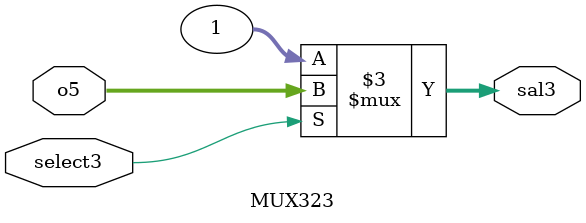
<source format=v>
`timescale 1ns/1ns
module MUX323(
	input [31:0] o5,
	input select3,
	output reg [31:0] sal3
);
always@*
	begin 
	if (select3)
	sal3=o5;
	else 
	sal3=1;
	end
endmodule

</source>
